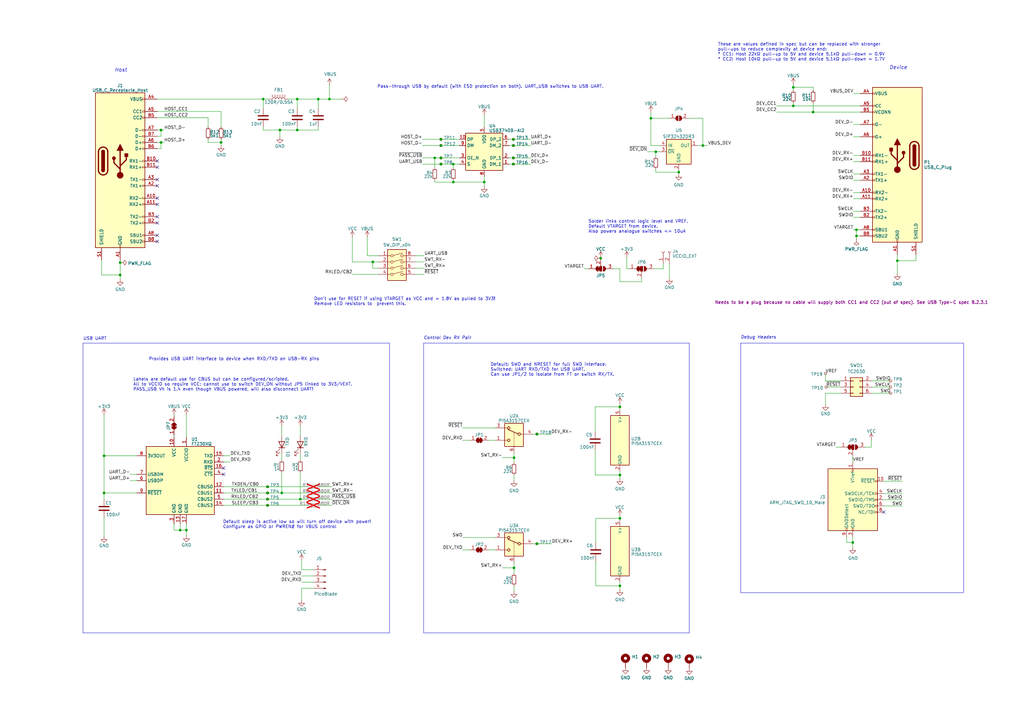
<source format=kicad_sch>
(kicad_sch (version 20230121) (generator eeschema)
  (paper "A3")
  (title_block (title "Minnow - USB-C DAM Tool") (date "2023-06-22") (rev "2") (company "JBR Engineering Research Ltd") (comment 1 "J.Whittington 2023"))
  (junction (at 351.282 94.234))
  (junction (at 66.04 58.42))
  (junction (at 90.678 58.42))
  (junction (at 180.848 67.31))
  (junction (at 185.928 67.31))
  (junction (at 42.672 202.184))
  (junction (at 288.29 59.69))
  (junction (at 121.92 53.34))
  (junction (at 115.57 202.184))
  (junction (at 109.728 199.644))
  (junction (at 185.928 74.676))
  (junction (at 325.374 43.434))
  (junction (at 333.502 45.974))
  (junction (at 121.92 40.64))
  (junction (at 220.218 223.012))
  (junction (at 198.628 74.676))
  (junction (at 130.556 40.64))
  (junction (at 268.986 62.23))
  (junction (at 109.728 202.184))
  (junction (at 325.374 35.814))
  (junction (at 73.914 217.424))
  (junction (at 254.254 212.598))
  (junction (at 42.672 186.944))
  (junction (at 107.95 40.64))
  (junction (at 123.19 204.724))
  (junction (at 368.046 106.934))
  (junction (at 220.218 178.054))
  (junction (at 49.276 112.776))
  (junction (at 210.82 187.706))
  (junction (at 114.808 53.34))
  (junction (at 152.908 107.442))
  (junction (at 66.04 53.34))
  (junction (at 246.38 105.918))
  (junction (at 178.308 64.77))
  (junction (at 210.82 232.918))
  (junction (at 76.454 217.424))
  (junction (at 266.954 48.514))
  (junction (at 180.848 57.15))
  (junction (at 254.254 194.818))
  (junction (at 351.282 96.774))
  (junction (at 210.566 64.77))
  (junction (at 180.848 59.69))
  (junction (at 210.566 59.69))
  (junction (at 49.276 107.696))
  (junction (at 210.566 67.31))
  (junction (at 180.848 64.77))
  (junction (at 210.566 57.15))
  (junction (at 278.384 70.612))
  (junction (at 109.728 204.724))
  (junction (at 254.254 166.878))
  (junction (at 135.128 40.64))
  (junction (at 254.254 240.284))
  (junction (at 349.758 222.504))
  (junction (at 109.728 207.264))
  (no_connect (at 64.516 91.44))
  (no_connect (at 64.516 96.52))
  (no_connect (at 64.516 99.06))
  (no_connect (at 91.694 192.024))
  (no_connect (at 64.516 81.28))
  (no_connect (at 64.516 73.66))
  (no_connect (at 362.458 210.058))
  (no_connect (at 64.516 83.82))
  (no_connect (at 64.516 76.2))
  (no_connect (at 64.516 68.58))
  (no_connect (at 91.694 194.564))
  (no_connect (at 64.516 66.04))
  (no_connect (at 64.516 88.9))
  (wire (pts (xy 76.454 217.424) (xy 76.454 219.71)))
  (wire (pts (xy 94.488 189.484) (xy 91.694 189.484)))
  (wire (pts (xy 118.11 40.64) (xy 121.92 40.64)))
  (wire (pts (xy 150.622 104.902) (xy 155.194 104.902)))
  (wire (pts (xy 338.582 161.29) (xy 338.582 165.862)))
  (wire (pts (xy 368.046 106.934) (xy 368.046 112.268)))
  (wire (pts (xy 210.566 64.77) (xy 208.788 64.77)))
  (wire (pts (xy 244.348 212.598) (xy 254.254 212.598)))
  (wire (pts (xy 350.012 63.754) (xy 352.806 63.754)))
  (wire (pts (xy 131.064 202.184) (xy 136.144 202.184)))
  (wire (pts (xy 185.928 67.31) (xy 188.468 67.31)))
  (wire (pts (xy 268.986 62.23) (xy 268.986 64.262)))
  (wire (pts (xy 185.928 67.31) (xy 185.928 68.834)))
  (wire (pts (xy 333.502 45.974) (xy 352.806 45.974)))
  (wire (pts (xy 325.374 34.544) (xy 325.374 35.814)))
  (wire (pts (xy 115.57 193.802) (xy 115.57 202.184)))
  (wire (pts (xy 318.516 43.434) (xy 325.374 43.434)))
  (wire (pts (xy 173.99 109.982) (xy 170.434 109.982)))
  (wire (pts (xy 338.582 161.29) (xy 344.932 161.29)))
  (wire (pts (xy 178.308 64.77) (xy 178.308 68.834)))
  (wire (pts (xy 349.758 222.504) (xy 349.758 220.218)))
  (wire (pts (xy 282.194 48.514) (xy 288.29 48.514)))
  (wire (pts (xy 180.848 59.69) (xy 188.468 59.69)))
  (wire (pts (xy 210.82 240.284) (xy 210.82 242.57)))
  (wire (pts (xy 180.848 57.15) (xy 188.468 57.15)))
  (wire (pts (xy 352.806 96.774) (xy 351.282 96.774)))
  (wire (pts (xy 217.678 64.77) (xy 210.566 64.77)))
  (wire (pts (xy 144.526 97.282) (xy 144.526 107.442)))
  (wire (pts (xy 205.994 232.918) (xy 210.82 232.918)))
  (wire (pts (xy 123.698 236.22) (xy 128.524 236.22)))
  (wire (pts (xy 109.728 207.264) (xy 125.984 207.264)))
  (wire (pts (xy 130.556 53.34) (xy 121.92 53.34)))
  (wire (pts (xy 115.57 202.184) (xy 125.984 202.184)))
  (wire (pts (xy 278.384 70.612) (xy 278.384 71.374)))
  (wire (pts (xy 130.556 40.64) (xy 130.556 44.45)))
  (wire (pts (xy 109.728 199.644) (xy 125.984 199.644)))
  (wire (pts (xy 56.134 202.184) (xy 42.672 202.184)))
  (wire (pts (xy 115.57 186.182) (xy 115.57 188.722)))
  (wire (pts (xy 349.758 187.198) (xy 349.758 189.738)))
  (wire (pts (xy 185.928 73.914) (xy 185.928 74.676)))
  (wire (pts (xy 123.698 233.68) (xy 128.524 233.68)))
  (wire (pts (xy 173.99 104.902) (xy 170.434 104.902)))
  (wire (pts (xy 278.384 69.85) (xy 278.384 70.612)))
  (wire (pts (xy 185.928 74.676) (xy 198.628 74.676)))
  (wire (pts (xy 64.516 40.64) (xy 107.95 40.64)))
  (wire (pts (xy 266.954 59.69) (xy 270.764 59.69)))
  (wire (pts (xy 210.566 67.31) (xy 208.788 67.31)))
  (wire (pts (xy 91.694 202.184) (xy 109.728 202.184)))
  (wire (pts (xy 173.99 107.442) (xy 170.434 107.442)))
  (wire (pts (xy 350.012 71.374) (xy 352.806 71.374)))
  (wire (pts (xy 198.628 74.676) (xy 198.628 76.454)))
  (wire (pts (xy 66.04 55.88) (xy 66.04 53.34)))
  (wire (pts (xy 41.656 106.68) (xy 41.656 112.776)))
  (wire (pts (xy 130.556 40.64) (xy 121.92 40.64)))
  (wire (pts (xy 265.43 62.23) (xy 268.986 62.23)))
  (wire (pts (xy 155.194 109.982) (xy 152.908 109.982)))
  (wire (pts (xy 217.678 67.31) (xy 210.566 67.31)))
  (wire (pts (xy 130.556 52.07) (xy 130.556 53.34)))
  (wire (pts (xy 107.95 53.34) (xy 114.808 53.34)))
  (wire (pts (xy 42.672 170.18) (xy 42.672 186.944)))
  (wire (pts (xy 246.38 105.664) (xy 246.38 105.918)))
  (wire (pts (xy 114.808 53.34) (xy 121.92 53.34)))
  (wire (pts (xy 123.19 174.752) (xy 123.19 178.562)))
  (wire (pts (xy 244.094 166.878) (xy 254.254 166.878)))
  (wire (pts (xy 152.908 107.442) (xy 155.194 107.442)))
  (wire (pts (xy 268.986 62.23) (xy 270.764 62.23)))
  (wire (pts (xy 357.632 158.75) (xy 365.252 158.75)))
  (wire (pts (xy 109.728 202.184) (xy 115.57 202.184)))
  (wire (pts (xy 189.738 180.594) (xy 192.786 180.594)))
  (wire (pts (xy 107.95 40.64) (xy 110.49 40.64)))
  (wire (pts (xy 266.954 45.974) (xy 266.954 48.514)))
  (wire (pts (xy 342.9 183.388) (xy 344.678 183.388)))
  (wire (pts (xy 254.254 238.76) (xy 254.254 240.284)))
  (wire (pts (xy 254.254 193.294) (xy 254.254 194.818)))
  (wire (pts (xy 362.458 204.978) (xy 370.078 204.978)))
  (wire (pts (xy 178.308 74.676) (xy 185.928 74.676)))
  (wire (pts (xy 173.228 67.31) (xy 180.848 67.31)))
  (wire (pts (xy 71.374 170.18) (xy 71.374 170.942)))
  (wire (pts (xy 64.516 60.96) (xy 66.04 60.96)))
  (wire (pts (xy 351.282 94.234) (xy 352.806 94.234)))
  (wire (pts (xy 375.666 104.394) (xy 375.666 106.934)))
  (wire (pts (xy 173.99 112.522) (xy 170.434 112.522)))
  (wire (pts (xy 254.254 165.608) (xy 254.254 166.878)))
  (wire (pts (xy 152.908 109.982) (xy 152.908 107.442)))
  (wire (pts (xy 90.678 57.15) (xy 90.678 58.42)))
  (wire (pts (xy 362.458 207.518) (xy 370.078 207.518)))
  (wire (pts (xy 71.374 217.424) (xy 73.914 217.424)))
  (wire (pts (xy 288.29 48.514) (xy 288.29 59.69)))
  (wire (pts (xy 115.57 174.752) (xy 115.57 178.562)))
  (wire (pts (xy 350.012 89.154) (xy 352.806 89.154)))
  (wire (pts (xy 150.622 97.282) (xy 150.622 104.902)))
  (wire (pts (xy 350.012 73.914) (xy 352.806 73.914)))
  (wire (pts (xy 218.44 223.012) (xy 220.218 223.012)))
  (wire (pts (xy 268.986 70.612) (xy 278.384 70.612)))
  (wire (pts (xy 131.064 204.724) (xy 136.144 204.724)))
  (wire (pts (xy 357.632 156.21) (xy 365.252 156.21)))
  (wire (pts (xy 318.516 45.974) (xy 333.502 45.974)))
  (wire (pts (xy 344.932 158.75) (xy 338.836 158.75)))
  (wire (pts (xy 254.254 240.284) (xy 254.254 241.808)))
  (wire (pts (xy 71.374 178.562) (xy 71.374 179.324)))
  (wire (pts (xy 244.348 230.124) (xy 244.348 240.284)))
  (wire (pts (xy 66.04 58.42) (xy 64.516 58.42)))
  (wire (pts (xy 217.678 57.15) (xy 210.566 57.15)))
  (wire (pts (xy 220.218 178.054) (xy 218.44 178.054)))
  (wire (pts (xy 351.282 96.774) (xy 351.282 98.044)))
  (wire (pts (xy 254.254 110.236) (xy 251.46 110.236)))
  (wire (pts (xy 350.012 66.294) (xy 352.806 66.294)))
  (wire (pts (xy 64.516 55.88) (xy 66.04 55.88)))
  (wire (pts (xy 239.522 110.236) (xy 241.3 110.236)))
  (wire (pts (xy 375.666 106.934) (xy 368.046 106.934)))
  (wire (pts (xy 180.848 67.31) (xy 185.928 67.31)))
  (wire (pts (xy 254.254 212.598) (xy 254.254 213.36)))
  (wire (pts (xy 288.29 59.69) (xy 286.004 59.69)))
  (wire (pts (xy 49.276 107.696) (xy 49.276 112.776)))
  (wire (pts (xy 109.728 204.724) (xy 123.19 204.724)))
  (wire (pts (xy 53.34 197.104) (xy 56.134 197.104)))
  (wire (pts (xy 198.628 72.39) (xy 198.628 74.676)))
  (wire (pts (xy 173.228 57.15) (xy 180.848 57.15)))
  (wire (pts (xy 257.048 105.664) (xy 257.048 110.236)))
  (wire (pts (xy 178.308 73.914) (xy 178.308 74.676)))
  (wire (pts (xy 290.322 59.69) (xy 288.29 59.69)))
  (wire (pts (xy 42.672 202.184) (xy 42.672 186.944)))
  (wire (pts (xy 244.094 184.658) (xy 244.094 194.818)))
  (wire (pts (xy 73.914 214.884) (xy 73.914 217.424)))
  (wire (pts (xy 123.19 186.182) (xy 123.19 188.722)))
  (wire (pts (xy 107.95 44.45) (xy 107.95 40.64)))
  (wire (pts (xy 357.632 161.29) (xy 365.252 161.29)))
  (wire (pts (xy 67.31 53.34) (xy 66.04 53.34)))
  (wire (pts (xy 325.374 35.814) (xy 333.502 35.814)))
  (wire (pts (xy 66.04 60.96) (xy 66.04 58.42)))
  (wire (pts (xy 254.254 211.582) (xy 254.254 212.598)))
  (wire (pts (xy 333.502 42.164) (xy 333.502 45.974)))
  (wire (pts (xy 139.954 40.64) (xy 135.128 40.64)))
  (wire (pts (xy 325.374 35.814) (xy 325.374 37.084)))
  (wire (pts (xy 357.378 183.388) (xy 354.838 183.388)))
  (wire (pts (xy 347.218 222.504) (xy 349.758 222.504)))
  (wire (pts (xy 131.064 199.644) (xy 136.144 199.644)))
  (wire (pts (xy 266.954 48.514) (xy 266.954 59.69)))
  (wire (pts (xy 325.374 43.434) (xy 352.806 43.434)))
  (wire (pts (xy 107.95 53.34) (xy 107.95 52.07)))
  (wire (pts (xy 42.672 202.184) (xy 42.672 204.724)))
  (wire (pts (xy 362.458 197.358) (xy 370.078 197.358)))
  (wire (pts (xy 91.694 207.264) (xy 109.728 207.264)))
  (wire (pts (xy 136.144 207.264) (xy 131.064 207.264)))
  (wire (pts (xy 350.012 51.054) (xy 352.806 51.054)))
  (wire (pts (xy 94.488 186.944) (xy 91.694 186.944)))
  (wire (pts (xy 42.672 212.344) (xy 42.672 219.964)))
  (wire (pts (xy 200.406 225.552) (xy 203.2 225.552)))
  (wire (pts (xy 189.738 220.472) (xy 203.2 220.472)))
  (wire (pts (xy 76.454 170.18) (xy 76.454 179.324)))
  (wire (pts (xy 350.012 78.994) (xy 352.806 78.994)))
  (wire (pts (xy 42.672 186.944) (xy 56.134 186.944)))
  (wire (pts (xy 64.516 48.26) (xy 85.344 48.26)))
  (wire (pts (xy 351.282 96.774) (xy 351.282 94.234)))
  (wire (pts (xy 217.678 59.69) (xy 210.566 59.69)))
  (wire (pts (xy 123.698 241.3) (xy 128.524 241.3)))
  (wire (pts (xy 268.224 110.236) (xy 272.034 110.236)))
  (wire (pts (xy 338.582 153.162) (xy 338.582 156.21)))
  (wire (pts (xy 114.808 53.34) (xy 114.808 56.134)))
  (wire (pts (xy 325.374 42.164) (xy 325.374 43.434)))
  (wire (pts (xy 71.374 214.884) (xy 71.374 217.424)))
  (wire (pts (xy 254.254 194.818) (xy 254.254 196.342)))
  (wire (pts (xy 268.986 69.342) (xy 268.986 70.612)))
  (wire (pts (xy 123.698 238.76) (xy 128.524 238.76)))
  (wire (pts (xy 350.012 38.354) (xy 352.806 38.354)))
  (wire (pts (xy 244.094 194.818) (xy 254.254 194.818)))
  (wire (pts (xy 254.254 115.57) (xy 254.254 110.236)))
  (wire (pts (xy 144.526 107.442) (xy 152.908 107.442)))
  (wire (pts (xy 73.914 217.424) (xy 76.454 217.424)))
  (wire (pts (xy 272.034 110.236) (xy 272.034 108.204)))
  (wire (pts (xy 350.012 81.534) (xy 352.806 81.534)))
  (wire (pts (xy 200.406 180.594) (xy 203.2 180.594)))
  (wire (pts (xy 189.738 225.552) (xy 192.786 225.552)))
  (wire (pts (xy 210.82 232.918) (xy 210.82 235.204)))
  (wire (pts (xy 85.344 57.15) (xy 85.344 58.42)))
  (wire (pts (xy 123.19 204.724) (xy 125.984 204.724)))
  (wire (pts (xy 180.848 64.77) (xy 188.468 64.77)))
  (wire (pts (xy 123.698 241.3) (xy 123.698 246.126)))
  (wire (pts (xy 254.254 166.878) (xy 254.254 167.894)))
  (wire (pts (xy 66.04 53.34) (xy 64.516 53.34)))
  (wire (pts (xy 338.582 156.21) (xy 344.932 156.21)))
  (wire (pts (xy 90.678 45.72) (xy 90.678 52.07)))
  (wire (pts (xy 210.82 187.706) (xy 210.82 189.738)))
  (wire (pts (xy 67.31 58.42) (xy 66.04 58.42)))
  (wire (pts (xy 362.458 202.438) (xy 370.078 202.438)))
  (wire (pts (xy 144.526 112.522) (xy 155.194 112.522)))
  (wire (pts (xy 274.574 108.204) (xy 274.574 114.046)))
  (wire (pts (xy 85.344 58.42) (xy 90.678 58.42)))
  (wire (pts (xy 189.738 175.514) (xy 203.2 175.514)))
  (wire (pts (xy 210.566 59.69) (xy 208.788 59.69)))
  (wire (pts (xy 53.34 194.564) (xy 56.134 194.564)))
  (wire (pts (xy 135.128 40.64) (xy 130.556 40.64)))
  (wire (pts (xy 64.516 45.72) (xy 90.678 45.72)))
  (wire (pts (xy 49.276 112.776) (xy 49.276 114.554)))
  (wire (pts (xy 210.82 185.674) (xy 210.82 187.706)))
  (wire (pts (xy 220.218 223.012) (xy 226.314 223.012)))
  (wire (pts (xy 121.92 53.34) (xy 121.92 52.07)))
  (wire (pts (xy 349.758 222.504) (xy 349.758 224.536)))
  (wire (pts (xy 210.82 230.632) (xy 210.82 232.918)))
  (wire (pts (xy 244.094 177.038) (xy 244.094 166.878)))
  (wire (pts (xy 76.454 214.884) (xy 76.454 217.424)))
  (wire (pts (xy 210.82 194.818) (xy 210.82 197.104)))
  (wire (pts (xy 91.694 199.644) (xy 109.728 199.644)))
  (wire (pts (xy 123.698 229.87) (xy 123.698 233.68)))
  (wire (pts (xy 173.228 64.77) (xy 178.308 64.77)))
  (wire (pts (xy 205.994 187.706) (xy 210.82 187.706)))
  (wire (pts (xy 244.348 240.284) (xy 254.254 240.284)))
  (wire (pts (xy 263.144 114.046) (xy 263.144 115.57)))
  (wire (pts (xy 368.046 104.394) (xy 368.046 106.934)))
  (wire (pts (xy 123.19 193.802) (xy 123.19 204.724)))
  (wire (pts (xy 49.276 106.68) (xy 49.276 107.696)))
  (wire (pts (xy 357.378 180.34) (xy 357.378 183.388)))
  (wire (pts (xy 333.502 35.814) (xy 333.502 37.084)))
  (wire (pts (xy 266.954 48.514) (xy 274.574 48.514)))
  (wire (pts (xy 226.06 178.054) (xy 220.218 178.054)))
  (wire (pts (xy 210.566 57.15) (xy 208.788 57.15)))
  (wire (pts (xy 178.308 64.77) (xy 180.848 64.77)))
  (wire (pts (xy 91.694 204.724) (xy 109.728 204.724)))
  (wire (pts (xy 173.228 59.69) (xy 180.848 59.69)))
  (wire (pts (xy 347.218 222.504) (xy 347.218 220.218)))
  (wire (pts (xy 135.128 34.798) (xy 135.128 40.64)))
  (wire (pts (xy 90.678 58.42) (xy 90.678 59.69)))
  (wire (pts (xy 121.92 40.64) (xy 121.92 44.45)))
  (wire (pts (xy 350.012 94.234) (xy 351.282 94.234)))
  (wire (pts (xy 263.144 115.57) (xy 254.254 115.57)))
  (wire (pts (xy 41.656 112.776) (xy 49.276 112.776)))
  (wire (pts (xy 198.628 47.244) (xy 198.628 52.07)))
  (wire (pts (xy 85.344 48.26) (xy 85.344 52.07)))
  (wire (pts (xy 244.348 222.504) (xy 244.348 212.598)))
  (wire (pts (xy 257.048 110.236) (xy 258.064 110.236)))
  (wire (pts (xy 246.38 105.918) (xy 246.38 106.426)))
  (wire (pts (xy 350.012 56.134) (xy 352.806 56.134)))
  (wire (pts (xy 350.012 86.614) (xy 352.806 86.614)))
  (rectangle (start 34.036 140.716) (end 159.766 259.588))
  (rectangle (start 173.736 140.716) (end 282.702 259.588))
  (rectangle (start 303.784 140.716) (end 395.224 243.078))
  (image (at 510.0828 62.23) (scale 0.647107))
  (text "These are values defined in spec but can be replaced with stronger \npull-ups to reduce complexity at device end:\n* CC1: Host 22kΩ pull-up to 5V and device 5.1kΩ pull-down = 0.9V\n* CC2: Host 10kΩ pull-up to 5V and device 5.1kΩ pull-down = 1.7V" (at 294.386 25.146 0) (effects (font (size 1.27 1.27)) (justify left bottom)))
  (text "USB UART" (at 34.036 139.7 0) (effects (font (size 1.27 1.27) italic) (justify left bottom)))
  (text "Default: SWO and NRESET for full SWD interface.\nSwitched: UART RXD/TXD for USB UART.\nCan use JP1/2 to isolate from FT or switch RX/TX." (at 201.168 154.432 0) (effects (font (size 1.27 1.27)) (justify left bottom)))
  (text "Pass-through USB by default (with ESD protection on both). UART_USB switches to USB UART." (at 154.686 36.322 0) (effects (font (size 1.27 1.27)) (justify left bottom)))
  (text "Device" (at 364.744 28.702 0) (effects (font (size 1.5 1.5) italic) (justify left bottom)))
  (text "Control Dev RX Pair" (at 173.736 139.446 0) (effects (font (size 1.27 1.27) italic) (justify left bottom)))
  (text "Solder links control logic level and VREF.\nDefault VTARGET from device.\nAlso powers analogue switches <= 10uA" (at 241.3 95.758 0) (effects (font (size 1.27 1.27)) (justify left bottom)))
  (text "Debug Headers" (at 303.784 139.192 0) (effects (font (size 1.27 1.27) italic) (justify left bottom)))
  (text "Lahels are default use for CBUS but can be configured/scripted. \nAll to VCCIO so require VCC; cannot use to switch DEV_ON without JP5 linked to 3V3/VEXT.\nPASS_USB Vh is 1.4 even though VBUS powered, will also disconnect UART!\n" (at 54.61 160.528 0) (effects (font (size 1.27 1.27)) (justify left bottom)))
  (text "Don't use for RESET if using VTARGET as VCC and = 1.8V as pulled to 3V3!\nRemove LED resistors to  prevent this." (at 128.778 125.476 0) (effects (font (size 1.27 1.27)) (justify left bottom)))
  (text "Host" (at 46.99 29.718 0) (effects (font (size 1.5 1.5) italic) (justify left bottom)))
  (text "Provides USB UART interface to device when RXD/TXD on USB-RX pins" (at 60.96 148.082 0) (effects (font (size 1.27 1.27)) (justify left bottom)))
  (text "Adapted so that RX1/2 can be switched between NRST/SWO and RXD/TXD" (at 447.548 116.84 0) (effects (font (size 2 2)) (justify left bottom)))
  (text "Default sleep is active low so will turn off device with power!\nConfigure as GPIO or PWREN# for VBUS control" (at 91.44 216.916 0) (effects (font (size 1.27 1.27)) (justify left bottom)))
  (text "Ref: https://github.com/BitterAndReal/SWD-over-USB-C" (at 447.294 112.268 0) (effects (font (size 2 2) italic) (justify left bottom)))
  (label "DEV_D+" (at 217.678 64.77 0))
  (label "DEV_TXD" (at 94.488 186.944 0))
  (label "DEV_RX+" (at 226.314 223.012 0))
  (label "RXLED{slash}CB2" (at 94.742 204.724 0))
  (label "UART_D-" (at 217.678 59.69 0))
  (label "DEV_RXD" (at 123.698 238.76 180))
  (label "SWCLK" (at 350.012 71.374 180))
  (label "SWDIO" (at 365.252 156.21 180))
  (label "VREF" (at 349.758 189.484 0))
  (label "~{RESET}" (at 338.836 158.75 0))
  (label "HOST_CC1" (at 67.31 45.72 0))
  (label "DEV_TXD" (at 123.698 236.22 180))
  (label "SWT_RX+" (at 205.994 232.918 180))
  (label "HOST_CC2" (at 67.31 48.26 0))
  (label "HOST_D-" (at 67.31 53.34 0))
  (label "~{RESET}" (at 189.738 175.514 180))
  (label "UART_USB" (at 173.228 67.31 180))
  (label "VTARGET" (at 350.012 94.234 180))
  (label "DEV_CC2" (at 318.516 45.974 180))
  (label "UART_D+" (at 217.678 57.15 0))
  (label "DEV_CC1" (at 318.516 43.434 180))
  (label "SWT_RX+" (at 173.99 109.982 0))
  (label "DEV_RX+" (at 350.012 81.534 180))
  (label "~{DEV_ON}" (at 136.144 207.264 0))
  (label "VBUS_DEV" (at 350.012 38.354 180))
  (label "DEV_D-" (at 350.012 51.054 180))
  (label "HOST_D+" (at 173.228 57.15 180))
  (label "SWCLK" (at 370.078 202.438 180))
  (label "VTARGET" (at 342.9 183.388 180))
  (label "~{RESET}" (at 173.99 112.522 0))
  (label "VREF" (at 338.582 153.162 0))
  (label "DEV_D+" (at 350.012 56.134 180))
  (label "DEV_RXD" (at 94.488 189.484 0))
  (label "SWO" (at 189.738 220.472 180))
  (label "DEV_RX+" (at 350.012 66.294 180))
  (label "VBUS_DEV" (at 290.322 59.69 0))
  (label "SWDIO" (at 350.012 73.914 180))
  (label "HOST_D-" (at 173.228 59.69 180))
  (label "~{RESET}" (at 370.078 197.358 180))
  (label "TXLED{slash}CB1" (at 94.742 202.184 0))
  (label "DEV_TXD" (at 189.738 225.552 180))
  (label "VTARGET" (at 239.522 110.236 180))
  (label "RXLED{slash}CB2" (at 144.526 112.522 180))
  (label "DEV_D-" (at 217.678 67.31 0))
  (label "SWT_RX-" (at 205.994 187.706 180))
  (label "UART_USB" (at 173.99 104.902 0))
  (label "SWCLK" (at 365.252 158.75 180))
  (label "DEV_RX-" (at 226.06 178.054 0))
  (label "SWDIO" (at 350.012 89.154 180))
  (label "UART_D+" (at 53.34 197.104 180))
  (label "DEV_RX-" (at 350.012 63.754 180))
  (label "UART_D-" (at 53.34 194.564 180))
  (label "SWT_RX-" (at 173.99 107.442 0))
  (label "SWO" (at 365.252 161.29 180))
  (label "~{DEV_ON}" (at 265.43 62.23 180))
  (label "~{PASS_USB}" (at 173.228 64.77 180))
  (label "DEV_RX-" (at 350.012 78.994 180))
  (label "TXDEN{slash}CB0" (at 94.996 199.644 0))
  (label "SWCLK" (at 350.012 86.614 180))
  (label "DEV_RXD" (at 189.738 180.594 180))
  (label "HOST_D+" (at 67.31 58.42 0))
  (label "~{PASS_USB}" (at 136.144 204.724 0))
  (label "SLEEP{slash}CB3" (at 94.996 207.264 0))
  (label "SWO" (at 370.078 207.518 180))
  (label "SWT_RX+" (at 136.144 199.644 0))
  (label "SWDIO" (at 370.078 204.978 180))
  (label "SWT_RX-" (at 136.144 202.184 0))
  (symbol (lib_id "power:GND") (at 198.628 76.454 0) (unit 1)
    (property "Reference" "#PWR016" (effects hide))
    (property "Value" "GND" (at 198.628 80.264 0))
  )
  (symbol (lib_id "Device:R_Small") (at 210.82 237.744 0) (mirror y) (unit 1)
    (property "Reference" "R5" (at 210.058 237.236 0) (effects (justify left)))
    (property "Value" "22k" (at 210.058 238.76 0) (effects (justify left)))
    (property "Footprint" "Resistor_SMD:R_0603_1608Metric" (effects hide))
    (property "Characteristics" "5%" (effects hide))
  )
  (symbol (lib_id "Analog_Switch:NC7SB3157P6X") (at 254.254 180.594 0) (unit 2)
    (property "Reference" "U2" (at 258.826 179.9503 0) (effects (justify left)))
    (property "Value" "PI5A3157CEX" (at 258.826 181.8713 0) (effects (justify left)))
    (property "Footprint" "Package_TO_SOT_SMD:SOT-363_SC-70-6" (effects hide))
    (property "Datasheet" "https://www.diodes.com/assets/Datasheets/PI5A3157.pdf" (effects hide))
    (property "Description" "1 Circuit IC Switch 2:1 13Ohm SOT-363-6 (SC-70)" (effects hide))
    (property "Vendor" "Digikey" (effects hide))
    (property "SKU" "PI5A3157CEXTR-ND" (effects hide))
  )
  (symbol (lib_id "Device:R_Small") (at 128.524 207.264 90) (mirror x) (unit 1) (dnp yes)
    (property "Reference" "R15" (at 126.746 206.502 90) (effects (justify left)))
    (property "Value" "680R" (at 135.382 206.502 90) (effects (justify left)))
    (property "Footprint" "Resistor_SMD:R_0603_1608Metric" (effects hide))
    (property "Characteristics" "5%" (effects hide))
    (property "Config" "dnf" (effects hide))
  )
  (symbol (lib_id "Device:C") (at 130.556 48.26 0) (unit 1)
    (property "Reference" "C4" (at 126.746 45.72 0) (effects (justify left)))
    (property "Value" "1uF" (at 126.746 50.8 0) (effects (justify left)))
    (property "Footprint" "Capacitor_SMD:C_0603_1608Metric" (effects hide))
    (property "Characteristics" "X5R 25V" (effects hide))
  )
  (symbol (lib_id "Switch:SW_DIP_x04") (at 162.814 109.982 0) (unit 1)
    (property "Reference" "SW1" (at 162.814 98.1202 0))
    (property "Value" "SW_DIP_x04" (at 162.814 100.4316 0))
    (property "Footprint" "Button_Switch_SMD:SW_DIP_SPSTx04_Slide_Copal_CHS-04A_W5.08mm_P1.27mm_JPin" (effects hide))
    (property "Datasheet" "https://www.nidec-copal-electronics.com/e/catalog/switch/chs.pdf" (effects hide))
    (property "MFN" "Nidec Copal Electronics" (effects hide))
    (property "MPN" "CHS-04TA" (effects hide))
    (property "Description" "Dip Switch SPST 4 Position Surface Mount Slide (Standard) Actuator 100mA 6VDC" (effects hide))
    (property "Vendor" "Digikey" (effects hide))
    (property "SKU" "563-1007-2-ND" (effects hide))
  )
  (symbol (lib_id "Connector:TestPoint_Small") (at 109.728 207.264 0) (unit 1)
    (property "Reference" "TP6" (at 110.871 206.6203 0) (effects (justify left)))
    (property "Value" "TestPoint_Small" (effects hide))
    (property "Footprint" "tuna-f1sh/jbr-kicad/Misc.pretty:TestPoint_Pad_D1.0mm_Tight" (effects hide))
    (property "Config" "nofit" (effects hide))
  )
  (symbol (lib_id "Connector:TestPoint_Small") (at 210.566 59.69 0) (unit 1)
    (property "Reference" "TP14" (at 211.709 59.0463 0) (effects (justify left)))
    (property "Value" "TestPoint_Small" (effects hide))
    (property "Footprint" "tuna-f1sh/jbr-kicad/Misc.pretty:TestPoint_Pad_D1.0mm_Tight" (effects hide))
    (property "Config" "nofit" (effects hide))
  )
  (symbol (lib_id "Mechanical:MountingHole_Pad") (at 274.066 271.272 0) (unit 1)
    (property "Reference" "H3" (at 276.606 269.3583 0) (effects (justify left)))
    (property "Value" "MountingHole_Pad" (effects hide))
    (property "Footprint" "MountingHole:MountingHole_2.7mm_M2.5_ISO7380_Pad" (effects hide))
    (property "Config" "nofit" (effects hide))
  )
  (symbol (lib_id "power:GND") (at 90.678 59.69 0) (unit 1)
    (property "Reference" "#PWR030" (effects hide))
    (property "Value" "GND" (at 90.678 63.5 0))
  )
  (symbol (lib_id "power:GND") (at 349.758 224.536 0) (unit 1)
    (property "Reference" "#PWR05" (effects hide))
    (property "Value" "GND" (at 349.885 228.9302 0))
  )
  (symbol (lib_id "power:GND") (at 42.672 219.964 0) (unit 1)
    (property "Reference" "#PWR012" (effects hide))
    (property "Value" "GND" (at 42.672 223.774 0))
  )
  (symbol (lib_id "power:GND") (at 210.82 242.57 0) (unit 1)
    (property "Reference" "#PWR019" (effects hide))
    (property "Value" "GND" (at 210.82 246.7055 0))
  )
  (symbol (lib_id "Jumper:SolderJumper_2_Bridged") (at 196.596 180.594 0) (unit 1)
    (property "Reference" "JP1" (at 196.596 178.308 0))
    (property "Value" "SolderJumper_2_Bridged" (effects hide))
    (property "Footprint" "Jumper:SolderJumper-2_P1.3mm_Bridged_RoundedPad1.0x1.5mm" (effects hide))
    (property "Config" "nofit" (effects hide))
  )
  (symbol (lib_id "power:+3V3") (at 257.048 105.664 0) (unit 1)
    (property "Reference" "#PWR021" (effects hide))
    (property "Value" "+3V3" (at 257.048 102.1621 0))
  )
  (symbol (lib_id "Connector:TestPoint_Small") (at 109.728 204.724 0) (unit 1)
    (property "Reference" "TP5" (at 110.871 204.0803 0) (effects (justify left)))
    (property "Value" "TestPoint_Small" (effects hide))
    (property "Footprint" "tuna-f1sh/jbr-kicad/Misc.pretty:TestPoint_Pad_D1.0mm_Tight" (effects hide))
    (property "Config" "nofit" (effects hide))
  )
  (symbol (lib_id "power:GND") (at 274.574 114.046 0) (unit 1)
    (property "Reference" "#PWR022" (effects hide))
    (property "Value" "GND" (at 274.574 117.856 0))
  )
  (symbol (lib_id "Connector:TestPoint_Small") (at 220.218 223.012 0) (unit 1)
    (property "Reference" "TP17" (at 221.361 222.3683 0) (effects (justify left)))
    (property "Value" "TestPoint_Small" (effects hide))
    (property "Footprint" "tuna-f1sh/jbr-kicad/Misc.pretty:TestPoint_Pad_D1.0mm_Tight" (effects hide))
    (property "Config" "nofit" (effects hide))
  )
  (symbol (lib_id "Interface_USB:FT230XQ") (at 73.914 197.104 0) (unit 1)
    (property "Reference" "U1" (at 78.4099 180.1241 0) (effects (justify left)))
    (property "Value" "FT230XQ" (at 78.4099 182.0451 0) (effects (justify left)))
    (property "Footprint" "Package_DFN_QFN:QFN-16-1EP_4x4mm_P0.65mm_EP2.1x2.1mm" (effects hide))
    (property "Datasheet" "https://www.ftdichip.com/Support/Documents/DataSheets/ICs/DS_FT230X.pdf" (effects hide))
    (property "Config" "-nousbuart" (effects hide))
    (property "Description" "USB Bridge, USB to UART USB 2.0 UART Interface 16-QFN (4x4)" (effects hide))
    (property "MFN" "FTDI, Future Technology Devices International Ltd" (effects hide))
    (property "MPN" "FT230XQ-R" (effects hide))
    (property "SKU" "768-1130-2-ND" (effects hide))
    (property "Vendor" "Digikey" (effects hide))
  )
  (symbol (lib_id "power:GND") (at 282.702 274.066 0) (unit 1)
    (property "Reference" "#PWR029" (effects hide))
    (property "Value" "GND" (at 282.702 278.2015 0))
  )
  (symbol (lib_id "power:GND") (at 114.808 56.134 0) (unit 1)
    (property "Reference" "#PWR013" (effects hide))
    (property "Value" "GND" (at 114.808 59.944 0))
  )
  (symbol (lib_id "power:VCC") (at 76.454 170.18 0) (unit 1)
    (property "Reference" "#PWR027" (effects hide))
    (property "Value" "VCC" (at 76.454 166.6781 0))
  )
  (symbol (lib_id "Device:C") (at 107.95 48.26 0) (unit 1)
    (property "Reference" "C2" (at 104.14 45.72 0) (effects (justify left)))
    (property "Value" "10nF" (at 102.87 50.8 0) (effects (justify left)))
    (property "Footprint" "Capacitor_SMD:C_0603_1608Metric" (effects hide))
    (property "Characteristics" "X7R 6V" (effects hide))
  )
  (symbol (lib_id "Mechanical:MountingHole_Pad") (at 282.702 271.526 0) (unit 1)
    (property "Reference" "H4" (at 285.242 269.6123 0) (effects (justify left)))
    (property "Value" "MountingHole_Pad" (effects hide))
    (property "Footprint" "MountingHole:MountingHole_2.7mm_M2.5_ISO7380_Pad" (effects hide))
    (property "Config" "nofit" (effects hide))
  )
  (symbol (lib_id "power:+3V3") (at 115.57 174.752 0) (unit 1)
    (property "Reference" "#PWR010" (effects hide))
    (property "Value" "+3V3" (at 115.57 171.2501 0))
  )
  (symbol (lib_id "power:GND") (at 265.176 273.812 0) (unit 1)
    (property "Reference" "#PWR036" (effects hide))
    (property "Value" "GND" (at 265.176 277.9475 0))
  )
  (symbol (lib_id "power:GND") (at 210.82 197.104 0) (unit 1)
    (property "Reference" "#PWR020" (effects hide))
    (property "Value" "GND" (at 210.82 201.2395 0))
  )
  (symbol (lib_id "Jumper:SolderJumper_3_Bridged12") (at 349.758 183.388 0) (unit 1)
    (property "Reference" "JP3" (at 349.758 180.594 0))
    (property "Value" "SolderJumper_3_Bridged12" (effects hide))
    (property "Footprint" "Jumper:SolderJumper-3_P1.3mm_Bridged12_RoundedPad1.0x1.5mm" (effects hide))
    (property "Config" "nofit" (effects hide))
  )
  (symbol (lib_id "Connector:TestPoint_Small") (at 210.566 64.77 0) (unit 1)
    (property "Reference" "TP15" (at 211.709 64.1263 0) (effects (justify left)))
    (property "Value" "TestPoint_Small" (effects hide))
    (property "Footprint" "tuna-f1sh/jbr-kicad/Misc.pretty:TestPoint_Pad_D1.0mm_Tight" (effects hide))
    (property "Config" "nofit" (effects hide))
  )
  (symbol (lib_id "power:VBUS") (at 198.628 47.244 0) (mirror y) (unit 1)
    (property "Reference" "#PWR015" (effects hide))
    (property "Value" "VBUS" (at 198.628 43.7421 0))
  )
  (symbol (lib_id "Connector:TestPoint_Small") (at 180.848 59.69 0) (unit 1)
    (property "Reference" "TP12" (at 181.991 59.0463 0) (effects (justify left)))
    (property "Value" "TestPoint_Small" (effects hide))
    (property "Footprint" "tuna-f1sh/jbr-kicad/Misc.pretty:TestPoint_Pad_D1.0mm_Tight" (effects hide))
    (property "Config" "nofit" (effects hide))
  )
  (symbol (lib_id "Connector:TestPoint_Small") (at 180.848 67.31 0) (unit 1)
    (property "Reference" "TP8" (at 181.991 66.6663 0) (effects (justify left)))
    (property "Value" "TestPoint_Small" (effects hide))
    (property "Footprint" "tuna-f1sh/jbr-kicad/Misc.pretty:TestPoint_Pad_D1.0mm_Tight" (effects hide))
    (property "Config" "nofit" (effects hide))
  )
  (symbol (lib_id "Jumper:SolderJumper_2_Open") (at 278.384 48.514 0) (unit 1)
    (property "Reference" "JP4" (at 278.384 44.6151 0))
    (property "Value" "SolderJumper_2_Open" (effects hide))
    (property "Footprint" "Jumper:SolderJumper-2_P1.3mm_Open_RoundedPad1.0x1.5mm" (effects hide))
    (property "Config" "nofit" (effects hide))
  )
  (symbol (lib_id "Device:L_Ferrite") (at 114.3 40.64 90) (unit 1)
    (property "Reference" "FB1" (at 114.3 36.83 90))
    (property "Value" "120R/0.55A" (at 114.3 41.91 90))
    (property "Footprint" "Inductor_SMD:L_0603_1608Metric" (effects hide))
    (property "Characteristics" "120R/0.55A" (effects hide))
    (property "Description" "120 Ohms @ 100 MHz 1 Power, Signal Line Ferrite Bead 0603 (1608 Metric) 1A 200mOhm" (effects hide))
    (property "MFN" "Laird-Signal Integrity Products" (effects hide))
    (property "MPN" "LI0603G121R-10" (effects hide))
    (property "SKU" "240-2367-2-ND" (effects hide))
    (property "Vendor" "Digikey" (effects hide))
  )
  (symbol (lib_id "Device:R_Small") (at 115.57 191.262 0) (mirror y) (unit 1)
    (property "Reference" "R1" (at 114.808 190.754 0) (effects (justify left)))
    (property "Value" "1k" (at 114.808 192.278 0) (effects (justify left)))
    (property "Footprint" "Resistor_SMD:R_0603_1608Metric" (effects hide))
    (property "Characteristics" "5%" (effects hide))
  )
  (symbol (lib_id "Device:C") (at 244.348 226.314 0) (unit 1)
    (property "Reference" "C6" (at 240.538 223.774 0) (effects (justify left)))
    (property "Value" "100nF" (at 237.998 228.854 0) (effects (justify left)))
    (property "Footprint" "Capacitor_SMD:C_0603_1608Metric" (effects hide))
    (property "Characteristics" "X7R 6V" (effects hide))
  )
  (symbol (lib_id "power:VBUS") (at 325.374 34.544 0) (unit 1)
    (property "Reference" "#PWR014" (effects hide))
    (property "Value" "VBUS" (at 325.374 31.0421 0))
  )
  (symbol (lib_id "Connector:Conn_01x02_Socket") (at 272.034 103.124 90) (unit 1)
    (property "Reference" "J4" (at 275.7932 103.1153 90) (effects (justify right)))
    (property "Value" "VCCIO_EXT" (at 275.7932 105.0363 90) (effects (justify right)))
    (property "Footprint" "Connector_PinHeader_1.27mm:PinHeader_1x02_P1.27mm_Vertical" (effects hide))
    (property "Description" "Provides option for external vref source: 1.8-3.3V" (effects hide))
    (property "Config" "dnf" (effects hide))
  )
  (symbol (lib_id "Connector:TestPoint_Small") (at 109.728 202.184 0) (unit 1)
    (property "Reference" "TP4" (at 110.871 201.5403 0) (effects (justify left)))
    (property "Value" "TestPoint_Small" (effects hide))
    (property "Footprint" "tuna-f1sh/jbr-kicad/Misc.pretty:TestPoint_Pad_D1.0mm_Tight" (effects hide))
    (property "Config" "nofit" (effects hide))
  )
  (symbol (lib_id "Mechanical:MountingHole_Pad") (at 256.54 271.272 0) (unit 1)
    (property "Reference" "H1" (at 259.08 269.3583 0) (effects (justify left)))
    (property "Value" "MountingHole_Pad" (effects hide))
    (property "Footprint" "MountingHole:MountingHole_2.7mm_M2.5_ISO7380_Pad" (effects hide))
    (property "Config" "nofit" (effects hide))
  )
  (symbol (lib_id "Device:R_Small") (at 178.308 71.374 0) (mirror y) (unit 1)
    (property "Reference" "R4" (at 177.546 70.866 0) (effects (justify left)))
    (property "Value" "22k" (at 177.546 72.39 0) (effects (justify left)))
    (property "Footprint" "Resistor_SMD:R_0603_1608Metric" (effects hide))
    (property "Characteristics" "5%" (effects hide))
  )
  (symbol (lib_id "Power_Management:SiP32432DR3") (at 278.384 62.23 0) (unit 1)
    (property "Reference" "U5" (at 278.384 53.4502 0))
    (property "Value" "SiP32432DR3" (at 278.384 55.9871 0))
    (property "Footprint" "Package_TO_SOT_SMD:SOT-363_SC-70-6" (effects hide))
    (property "Datasheet" "https://www.vishay.com/docs/66597/sip32431.pdf" (effects hide))
    (property "Description" "IC PWR SWITCH P-CHAN 1:1 SC70-6" (effects hide))
    (property "MFN" "Vishay Siliconix" (effects hide))
    (property "MPN" "SIP32432DR3-T1GE3" (effects hide))
    (property "SKU" "SIP32432DR3-T1GE3CT-ND" (effects hide))
    (property "Vendor" "Digikey" (effects hide))
  )
  (symbol (lib_id "Device:R_Small") (at 185.928 71.374 0) (mirror y) (unit 1)
    (property "Reference" "R3" (at 185.166 70.866 0) (effects (justify left)))
    (property "Value" "22k" (at 185.166 72.39 0) (effects (justify left)))
    (property "Footprint" "Resistor_SMD:R_0603_1608Metric" (effects hide))
    (property "Characteristics" "5%" (effects hide))
  )
  (symbol (lib_id "Device:R_Small") (at 90.678 54.61 0) (unit 1)
    (property "Reference" "R13" (at 91.44 54.102 0) (effects (justify left)))
    (property "Value" "5k1" (at 91.44 55.626 0) (effects (justify left)))
    (property "Footprint" "Resistor_SMD:R_0603_1608Metric" (effects hide))
    (property "Characteristics" "1%" (effects hide))
    (property "Notes" "USB legacy mode" (effects hide))
  )
  (symbol (lib_id "power:PWR_FLAG") (at 246.38 105.918 90) (unit 1)
    (property "Reference" "#FLG04" (effects hide))
    (property "Value" "PWR_FLAG" (effects hide))
  )
  (symbol (lib_id "Analog_Switch:NC7SB3157P6X") (at 254.254 226.06 0) (unit 2)
    (property "Reference" "U3" (at 258.826 225.4163 0) (effects (justify left)))
    (property "Value" "PI5A3157CEX" (at 258.826 227.3373 0) (effects (justify left)))
    (property "Footprint" "Package_TO_SOT_SMD:SOT-363_SC-70-6" (effects hide))
    (property "Datasheet" "https://www.diodes.com/assets/Datasheets/PI5A3157.pdf" (effects hide))
    (property "Description" "1 Circuit IC Switch 2:1 13Ohm SOT-363-6 (SC-70)" (effects hide))
    (property "Vendor" "Digikey" (effects hide))
    (property "SKU" "PI5A3157CEXTR-ND" (effects hide))
  )
  (symbol (lib_id "power:VBUS") (at 150.622 97.282 0) (mirror y) (unit 1)
    (property "Reference" "#PWR09" (effects hide))
    (property "Value" "VBUS" (at 150.622 93.7801 0))
  )
  (symbol (lib_id "Jumper:SolderJumper_3_Bridged12") (at 246.38 110.236 0) (mirror x) (unit 1)
    (property "Reference" "JP5" (at 246.38 113.03 0))
    (property "Value" "SolderJumper_3_Bridged12" (effects hide))
    (property "Footprint" "Jumper:SolderJumper-3_P1.3mm_Bridged12_RoundedPad1.0x1.5mm" (effects hide))
    (property "Config" "nofit" (effects hide))
  )
  (symbol (lib_id "Device:C") (at 42.672 208.534 0) (unit 1)
    (property "Reference" "C1" (at 43.18 206.248 0) (effects (justify left)))
    (property "Value" "100nF" (at 43.434 211.074 0) (effects (justify left)))
    (property "Footprint" "Capacitor_SMD:C_0603_1608Metric" (effects hide))
    (property "Characteristics" "X7R 6V" (effects hide))
  )
  (symbol (lib_id "power:GND") (at 123.698 246.126 0) (unit 1)
    (property "Reference" "#PWR033" (effects hide))
    (property "Value" "GND" (at 123.698 249.936 0))
  )
  (symbol (lib_id "power:+3V3") (at 123.19 174.752 0) (unit 1)
    (property "Reference" "#PWR011" (effects hide))
    (property "Value" "+3V3" (at 123.19 171.2501 0))
  )
  (symbol (lib_id "Connector_Generic:Conn_02x03_Odd_Even") (at 350.012 158.75 0) (unit 1)
    (property "Reference" "SWD1" (at 351.282 149.86 0))
    (property "Value" "TC2030" (at 351.282 152.4 0))
    (property "Footprint" "Connector:Tag-Connect_TC2030-IDC-FP_2x03_P1.27mm_Vertical" (effects hide))
    (property "Datasheet" "https://www.tag-connect.com/wp-content/uploads/bsk-pdf-manager/TC2030-CTX_1.pdf" (effects hide))
    (property "Config" "nofit" (effects hide))
    (property "Description" "Plug-Of-Nails™ Adapter Cable footprint" (effects hide))
    (property "Notes" "For TC2030-IDC" (effects hide))
  )
  (symbol (lib_id "Device:C") (at 121.92 48.26 0) (unit 1)
    (property "Reference" "C3" (at 118.11 45.72 0) (effects (justify left)))
    (property "Value" "100nF" (at 115.57 50.8 0) (effects (justify left)))
    (property "Footprint" "Capacitor_SMD:C_0603_1608Metric" (effects hide))
    (property "Characteristics" "X7R 6V" (effects hide))
  )
  (symbol (lib_id "Device:R_Small") (at 85.344 54.61 0) (unit 1)
    (property "Reference" "R12" (at 86.106 54.102 0) (effects (justify left)))
    (property "Value" "5k1" (at 86.106 55.626 0) (effects (justify left)))
    (property "Footprint" "Resistor_SMD:R_0603_1608Metric" (effects hide))
    (property "Characteristics" "1%" (effects hide))
    (property "Notes" "USB legacy mode" (effects hide))
  )
  (symbol (lib_id "Device:C") (at 244.094 180.848 0) (unit 1)
    (property "Reference" "C5" (at 240.284 178.308 0) (effects (justify left)))
    (property "Value" "100nF" (at 237.744 183.388 0) (effects (justify left)))
    (property "Footprint" "Capacitor_SMD:C_0603_1608Metric" (effects hide))
    (property "Characteristics" "X7R 6V" (effects hide))
  )
  (symbol (lib_id "power:GND") (at 254.254 241.808 0) (unit 1)
    (property "Reference" "#PWR018" (effects hide))
    (property "Value" "GND" (at 254.254 245.9435 0))
  )
  (symbol (lib_id "power:PWR_FLAG") (at 139.954 40.64 270) (unit 1)
    (property "Reference" "#FLG01" (effects hide))
    (property "Value" "PWR_FLAG" (effects hide))
  )
  (symbol (lib_id "Interface_USB:USB3740B-AI2") (at 198.628 62.23 0) (unit 1)
    (property "Reference" "U4" (at 200.5839 51.6001 0) (effects (justify left)))
    (property "Value" "USB3740B-AI2" (at 200.5839 53.5211 0) (effects (justify left)))
    (property "Footprint" "Package_DFN_QFN:UQFN-10_1.3x1.8mm_P0.4mm" (effects hide))
    (property "Datasheet" "http://ww1.microchip.com/downloads/en/DeviceDoc/00001725D.pdf" (effects hide))
    (property "MFN" "Microchip Technology" (effects hide))
    (property "MPN" "USB3740B-AI2-TR" (effects hide))
    (property "Description" "USB Switch USB 2.0 Interface 10-QFN (1.30x1.80)" (effects hide))
    (property "Vendor" "Digikey" (effects hide))
    (property "SKU" "USB3740B-AI2-TR-ND" (effects hide))
  )
  (symbol (lib_id "Connector:TestPoint_Small") (at 180.848 64.77 0) (unit 1)
    (property "Reference" "TP7" (at 181.991 64.1263 0) (effects (justify left)))
    (property "Value" "TestPoint_Small" (effects hide))
    (property "Footprint" "tuna-f1sh/jbr-kicad/Misc.pretty:TestPoint_Pad_D1.0mm_Tight" (effects hide))
    (property "Config" "nofit" (effects hide))
  )
  (symbol (lib_id "Connector:TestPoint_Small") (at 338.582 153.162 90) (mirror x) (unit 1)
    (property "Reference" "TP19" (at 337.439 153.4788 90) (effects (justify left)))
    (property "Value" "TestPoint_Small" (effects hide))
    (property "Footprint" "tuna-f1sh/jbr-kicad/Misc.pretty:TestPoint_Pad_D1.0mm_Tight" (effects hide))
    (property "Config" "nofit" (effects hide))
  )
  (symbol (lib_id "Device:R_Small") (at 123.19 191.262 0) (mirror y) (unit 1)
    (property "Reference" "R2" (at 122.428 190.754 0) (effects (justify left)))
    (property "Value" "1k" (at 122.428 192.278 0) (effects (justify left)))
    (property "Footprint" "Resistor_SMD:R_0603_1608Metric" (effects hide))
    (property "Characteristics" "5%" (effects hide))
  )
  (symbol (lib_id "power:PWR_FLAG") (at 351.282 98.044 180) (unit 1)
    (property "Reference" "#FLG02" (effects hide))
    (property "Value" "PWR_FLAG" (at 351.282 102.1795 0))
  )
  (symbol (lib_id "Connector:TestPoint_Small") (at 180.848 57.15 0) (unit 1)
    (property "Reference" "TP11" (at 181.991 56.5063 0) (effects (justify left)))
    (property "Value" "TestPoint_Small" (effects hide))
    (property "Footprint" "tuna-f1sh/jbr-kicad/Misc.pretty:TestPoint_Pad_D1.0mm_Tight" (effects hide))
    (property "Config" "nofit" (effects hide))
  )
  (symbol (lib_id "Connector:TestPoint_Small") (at 220.218 178.054 0) (unit 1)
    (property "Reference" "TP18" (at 221.361 177.4103 0) (effects (justify left)))
    (property "Value" "TestPoint_Small" (effects hide))
    (property "Footprint" "tuna-f1sh/jbr-kicad/Misc.pretty:TestPoint_Pad_D1.0mm_Tight" (effects hide))
    (property "Config" "nofit" (effects hide))
  )
  (symbol (lib_id "Connector:TestPoint_Small") (at 109.728 199.644 0) (unit 1)
    (property "Reference" "TP3" (at 110.871 199.0003 0) (effects (justify left)))
    (property "Value" "TestPoint_Small" (effects hide))
    (property "Footprint" "tuna-f1sh/jbr-kicad/Misc.pretty:TestPoint_Pad_D1.0mm_Tight" (effects hide))
    (property "Config" "nofit" (effects hide))
  )
  (symbol (lib_id "power:GND") (at 338.582 165.862 0) (unit 1)
    (property "Reference" "#PWR04" (effects hide))
    (property "Value" "GND" (at 338.582 169.672 0))
  )
  (symbol (lib_id "power:GND") (at 49.276 114.554 0) (mirror y) (unit 1)
    (property "Reference" "#PWR07" (effects hide))
    (property "Value" "GND" (at 49.276 118.6895 0))
  )
  (symbol (lib_id "Device:R_Small") (at 325.374 39.624 0) (mirror y) (unit 1)
    (property "Reference" "R10" (at 324.612 39.116 0) (effects (justify left)))
    (property "Value" "22k" (at 324.612 40.64 0) (effects (justify left)))
    (property "Footprint" "Resistor_SMD:R_0603_1608Metric_Pad0.98x0.95mm_HandSolder" (effects hide))
    (property "Characteristics" "1%" (effects hide))
    (property "Description" "CC1 pull-up for DAM" (effects hide))
    (property "Notes" "CC1: Host 22kΩ pull-up to 5V and device 5.1kΩ pull-down = 0.9V" (effects hide))
  )
  (symbol (lib_id "power:GND") (at 76.454 219.71 0) (unit 1)
    (property "Reference" "#PWR08" (effects hide))
    (property "Value" "GND" (at 76.454 223.52 0))
  )
  (symbol (lib_id "power:PWR_FLAG") (at 49.276 107.696 270) (unit 1)
    (property "Reference" "#FLG03" (effects hide))
    (property "Value" "PWR_FLAG" (at 52.451 108.0128 90) (effects (justify left)))
  )
  (symbol (lib_id "power:VCC") (at 123.698 229.87 0) (unit 1)
    (property "Reference" "#PWR032" (effects hide))
    (property "Value" "VCC" (at 123.698 226.3681 0))
  )
  (symbol (lib_id "power:VCC") (at 357.378 180.34 0) (unit 1)
    (property "Reference" "#PWR034" (effects hide))
    (property "Value" "VCC" (at 357.378 176.8381 0))
  )
  (symbol (lib_id "minnow-rescue:Conn_01x04_Male-Connector") (at 133.604 236.22 0) (mirror y) (unit 1)
    (property "Reference" "J5" (at 130.8608 229.0826 0))
    (property "Value" "PicoBlade" (at 133.604 243.586 0))
    (property "Footprint" "Connector_PinHeader_1.27mm:PinHeader_1x04_P1.27mm_Vertical" (effects hide))
    (property "Datasheet" "https://www.molex.com/pdm_docs/sd/532610471_sd.pdf" (effects hide))
    (property "MFN" "Molex" (effects hide))
    (property "MPN" "53261-0471" (effects hide))
    (property "Vendor" "Digikey" (effects hide))
    (property "SKU" "WM7622CT-ND" (effects hide))
    (property "Config" "dnf" (effects hide))
  )
  (symbol (lib_id "power:VCC") (at 246.38 105.664 0) (unit 1)
    (property "Reference" "#PWR024" (effects hide))
    (property "Value" "VCC" (at 246.38 102.1621 0))
  )
  (symbol (lib_id "power:GND") (at 278.384 71.374 0) (unit 1)
    (property "Reference" "#PWR037" (effects hide))
    (property "Value" "GND" (at 278.384 75.8174 0))
  )
  (symbol (lib_id "Analog_Switch:NC7SB3157P6X") (at 210.82 220.472 0) (mirror y) (unit 1)
    (property "Reference" "U3" (at 210.82 215.5571 0))
    (property "Value" "PI5A3157CEX" (at 210.82 217.4781 0))
    (property "Footprint" "Package_TO_SOT_SMD:SOT-363_SC-70-6" (effects hide))
    (property "Datasheet" "https://www.diodes.com/assets/Datasheets/PI5A3157.pdf" (effects hide))
    (property "Description" "1 Circuit IC Switch 2:1 13Ohm SOT-363-6 (SC-70)" (effects hide))
    (property "Vendor" "Digikey" (effects hide))
    (property "SKU" "PI5A3157CEXTR-ND" (effects hide))
  )
  (symbol (lib_id "Connector:TestPoint_Small") (at 365.252 156.21 0) (unit 1)
    (property "Reference" "TP9" (at 366.395 155.5663 0) (effects (justify left)))
    (property "Value" "TestPoint_Small" (effects hide))
    (property "Footprint" "tuna-f1sh/jbr-kicad/Misc.pretty:TestPoint_Pad_D1.0mm_Tight" (effects hide))
    (property "Config" "nofit" (effects hide))
  )
  (symbol (lib_id "power:GND") (at 368.046 112.268 0) (unit 1)
    (property "Reference" "#PWR01" (effects hide))
    (property "Value" "GND" (at 368.046 116.4035 0))
  )
  (symbol (lib_id "power:GND") (at 254.254 196.342 0) (unit 1)
    (property "Reference" "#PWR02" (effects hide))
    (property "Value" "GND" (at 254.254 200.4775 0))
  )
  (symbol (lib_id "power:VBUS") (at 266.954 45.974 0) (mirror y) (unit 1)
    (property "Reference" "#PWR038" (effects hide))
    (property "Value" "VBUS" (at 266.954 42.4721 0))
  )
  (symbol (lib_id "Jumper:SolderJumper_2_Bridged") (at 71.374 174.752 90) (unit 1)
    (property "Reference" "JP7" (at 69.088 174.752 0))
    (property "Value" "SolderJumper_2_Bridged" (effects hide))
    (property "Footprint" "Jumper:SolderJumper-2_P1.3mm_Bridged_RoundedPad1.0x1.5mm" (effects hide))
    (property "Config" "nofit" (effects hide))
  )
  (symbol (lib_id "Jumper:SolderJumper_3_Bridged12") (at 263.144 110.236 0) (unit 1)
    (property "Reference" "JP6" (at 263.144 107.442 0))
    (property "Value" "SolderJumper_3_Bridged12" (effects hide))
    (property "Footprint" "Jumper:SolderJumper-3_P1.3mm_Bridged12_RoundedPad1.0x1.5mm" (effects hide))
    (property "Config" "nofit" (effects hide))
  )
  (symbol (lib_id "power:VCC") (at 254.254 165.608 0) (unit 1)
    (property "Reference" "#PWR025" (effects hide))
    (property "Value" "VCC" (at 254.254 162.1061 0))
  )
  (symbol (lib_id "Device:LED") (at 123.19 182.372 270) (mirror x) (unit 1)
    (property "Reference" "D2" (at 125.73 186.182 0))
    (property "Value" "RXD" (at 125.476 181.102 0))
    (property "Footprint" "LED_SMD:LED_0603_1608Metric" (effects hide))
    (property "MFN" "Kingbright" (effects hide))
    (property "MPN" "APT1608LSECK/J4-PRV" (effects hide))
    (property "Characteristics" "Orange" (effects hide))
    (property "Description" "Orange 605nm LED Indication - Discrete 1.8V 2mA 0603 (1608 Metric)" (effects hide))
    (property "SKU" "754-1931-1-ND" (effects hide))
    (property "Vendor" "Digikey" (effects hide))
    (property "Config" "-nousbuart" (effects hide))
  )
  (symbol (lib_id "Connector:USB_C_Receptacle") (at 49.276 66.04 0) (unit 1)
    (property "Reference" "J1" (at 49.276 35.0901 0))
    (property "Value" "USB_C_Receptacle_Host" (at 49.276 37.0111 0))
    (property "Footprint" "Connector_USB:USB_C_Receptacle_Amphenol_12401610E4-2A" (effects hide))
    (property "Datasheet" "https://media.digikey.com/pdf/Data%20Sheets/Amphenol%20PDFs/12401832E402A_Dwg_RevX1_04-25-17.pdf" (effects hide))
    (property "Description" "USB-C (USB TYPE-C) USB 3.2 Gen 2 (USB 3.1 Gen 2, Superspeed + (USB 3.1)) Receptacle Connector 24 Position Surface Mount, Right Angle; Through Hole" (effects hide))
    (property "MFN" "Amphenol ICC (Commercial Products)" (effects hide))
    (property "MPN" "12401610E4#2A" (effects hide))
    (property "SKU" "12401610E4#2ACT-ND" (effects hide))
    (property "Vendor" "Digkey" (effects hide))
  )
  (symbol (lib_id "Connector:TestPoint_Small") (at 365.252 161.29 0) (unit 1)
    (property "Reference" "TP1" (at 366.395 160.6463 0) (effects (justify left)))
    (property "Value" "TestPoint_Small" (effects hide))
    (property "Footprint" "tuna-f1sh/jbr-kicad/Misc.pretty:TestPoint_Pad_D1.0mm_Tight" (effects hide))
    (property "Config" "nofit" (effects hide))
  )
  (symbol (lib_id "power:+3V3") (at 42.672 170.18 0) (unit 1)
    (property "Reference" "#PWR03" (effects hide))
    (property "Value" "+3V3" (at 42.672 166.6781 0))
  )
  (symbol (lib_id "Device:R_Small") (at 210.82 192.278 0) (mirror y) (unit 1)
    (property "Reference" "R6" (at 210.058 191.77 0) (effects (justify left)))
    (property "Value" "22k" (at 210.058 193.294 0) (effects (justify left)))
    (property "Footprint" "Resistor_SMD:R_0603_1608Metric" (effects hide))
    (property "Characteristics" "5%" (effects hide))
  )
  (symbol (lib_id "Jumper:SolderJumper_2_Bridged") (at 196.596 225.552 0) (unit 1)
    (property "Reference" "JP2" (at 196.596 223.266 0))
    (property "Value" "SolderJumper_2_Bridged" (effects hide))
    (property "Footprint" "Jumper:SolderJumper-2_P1.3mm_Bridged_RoundedPad1.0x1.5mm" (effects hide))
    (property "Config" "nofit" (effects hide))
  )
  (symbol (lib_id "Connector:TestPoint_Small") (at 210.566 57.15 0) (unit 1)
    (property "Reference" "TP13" (at 211.709 56.5063 0) (effects (justify left)))
    (property "Value" "TestPoint_Small" (effects hide))
    (property "Footprint" "tuna-f1sh/jbr-kicad/Misc.pretty:TestPoint_Pad_D1.0mm_Tight" (effects hide))
    (property "Config" "nofit" (effects hide))
  )
  (symbol (lib_id "Connector:TestPoint_Small") (at 338.836 158.75 0) (mirror y) (unit 1)
    (property "Reference" "TP10" (at 337.693 159.0668 0) (effects (justify left)))
    (property "Value" "TestPoint_Small" (effects hide))
    (property "Footprint" "tuna-f1sh/jbr-kicad/Misc.pretty:TestPoint_Pad_D1.0mm_Tight" (effects hide))
    (property "Config" "nofit" (effects hide))
  )
  (symbol (lib_id "Connector:Conn_ARM_JTAG_SWD_10") (at 349.758 204.978 0) (unit 1)
    (property "Reference" "J3" (at 338.5058 203.8096 0) (effects (justify right)))
    (property "Value" "ARM_JTAG_SWD_10_Male" (at 338.5058 206.121 0) (effects (justify right)))
    (property "Footprint" "tuna-f1sh/jbr-kicad/Misc.pretty:20021521-00010T1LF" (effects hide))
    (property "Datasheet" "http://infocenter.arm.com/help/topic/com.arm.doc.ddi0314h/DDI0314H_coresight_components_trm.pdf" (effects hide))
    (property "MFN" "CNC Tech" (effects hide))
    (property "MPN" "3220-10-0300-00-TR" (effects hide))
    (property "Description" "Connector Header Surface Mount 10 position 0.050\" (1.27mm)" (effects hide))
    (property "Notes" "Alt: 20021521-00010C1LF; Samtec FTSH-105-01-F-DV-K-TR less packaging. Cable assembly 1528-2009-ND" (effects hide))
    (property "Vendor" "Digikey" (effects hide))
    (property "SKU" "1175-2643-2-ND" (effects hide))
  )
  (symbol (lib_id "Device:R_Small") (at 128.524 199.644 90) (mirror x) (unit 1) (dnp yes)
    (property "Reference" "R7" (at 126.746 198.882 90) (effects (justify left)))
    (property "Value" "680R" (at 135.382 198.882 90) (effects (justify left)))
    (property "Footprint" "Resistor_SMD:R_0603_1608Metric" (effects hide))
    (property "Characteristics" "5%" (effects hide))
    (property "Config" "dnf" (effects hide))
  )
  (symbol (lib_id "power:VCC") (at 254.254 211.582 0) (unit 1)
    (property "Reference" "#PWR026" (effects hide))
    (property "Value" "VCC" (at 254.254 208.0801 0))
  )
  (symbol (lib_id "power:GND") (at 274.066 273.812 0) (unit 1)
    (property "Reference" "#PWR023" (effects hide))
    (property "Value" "GND" (at 274.066 277.9475 0))
  )
  (symbol (lib_id "Device:R_Small") (at 128.524 202.184 90) (mirror x) (unit 1) (dnp yes)
    (property "Reference" "R8" (at 126.746 201.422 90) (effects (justify left)))
    (property "Value" "680R" (at 135.382 201.422 90) (effects (justify left)))
    (property "Footprint" "Resistor_SMD:R_0603_1608Metric" (effects hide))
    (property "Characteristics" "5%" (effects hide))
    (property "Config" "dnf" (effects hide))
  )
  (symbol (lib_id "Connector:TestPoint_Small") (at 365.252 158.75 0) (unit 1)
    (property "Reference" "TP2" (at 366.395 158.1063 0) (effects (justify left)))
    (property "Value" "TestPoint_Small" (effects hide))
    (property "Footprint" "tuna-f1sh/jbr-kicad/Misc.pretty:TestPoint_Pad_D1.0mm_Tight" (effects hide))
    (property "Config" "nofit" (effects hide))
  )
  (symbol (lib_id "Device:LED") (at 115.57 182.372 270) (mirror x) (unit 1)
    (property "Reference" "D1" (at 118.11 186.182 0))
    (property "Value" "TXD" (at 117.856 181.102 0))
    (property "Footprint" "LED_SMD:LED_0603_1608Metric" (effects hide))
    (property "MFN" "Kingbright" (effects hide))
    (property "MPN" "APT1608LSECK/J4-PRV" (effects hide))
    (property "Characteristics" "Orange" (effects hide))
    (property "Description" "Orange 605nm LED Indication - Discrete 1.8V 2mA 0603 (1608 Metric)" (effects hide))
    (property "SKU" "754-1931-1-ND" (effects hide))
    (property "Vendor" "Digikey" (effects hide))
    (property "Config" "-nousbuart" (effects hide))
  )
  (symbol (lib_id "power:VBUS") (at 71.374 170.18 0) (mirror y) (unit 1)
    (property "Reference" "#PWR031" (effects hide))
    (property "Value" "VBUS" (at 71.374 166.6781 0))
  )
  (symbol (lib_id "power:VCC") (at 144.526 97.282 0) (unit 1)
    (property "Reference" "#PWR028" (effects hide))
    (property "Value" "VCC" (at 144.526 93.7801 0))
  )
  (symbol (lib_id "Device:R_Small") (at 128.524 204.724 90) (mirror x) (unit 1) (dnp yes)
    (property "Reference" "R9" (at 126.746 203.962 90) (effects (justify left)))
    (property "Value" "680R" (at 135.382 203.962 90) (effects (justify left)))
    (property "Footprint" "Resistor_SMD:R_0603_1608Metric" (effects hide))
    (property "Characteristics" "5%" (effects hide))
    (property "Config" "dnf" (effects hide))
  )
  (symbol (lib_id "Device:R_Small") (at 333.502 39.624 0) (mirror y) (unit 1)
    (property "Reference" "R11" (at 332.74 39.116 0) (effects (justify left)))
    (property "Value" "10k" (at 332.74 40.64 0) (effects (justify left)))
    (property "Footprint" "Resistor_SMD:R_0603_1608Metric_Pad0.98x0.95mm_HandSolder" (effects hide))
    (property "Characteristics" "1%" (effects hide))
    (property "Description" "CC2 pull-up for DAM" (effects hide))
    (property "Notes" "CC2: Host 10kΩ pull-up to 5V and device 5.1kΩ pull-down = 1.7V" (effects hide))
  )
  (symbol (lib_id "Mechanical:MountingHole_Pad") (at 265.176 271.272 0) (unit 1)
    (property "Reference" "H2" (at 267.716 269.3583 0) (effects (justify left)))
    (property "Value" "MountingHole_Pad" (effects hide))
    (property "Footprint" "MountingHole:MountingHole_2.7mm_M2.5_ISO7380_Pad" (effects hide))
    (property "Config" "nofit" (effects hide))
  )
  (symbol (lib_id "power:GND") (at 256.54 273.812 0) (unit 1)
    (property "Reference" "#PWR035" (effects hide))
    (property "Value" "GND" (at 256.54 277.9475 0))
  )
  (symbol (lib_id "Connector:TestPoint_Small") (at 210.566 67.31 0) (unit 1)
    (property "Reference" "TP16" (at 211.709 66.6663 0) (effects (justify left)))
    (property "Value" "TestPoint_Small" (effects hide))
    (property "Footprint" "tuna-f1sh/jbr-kicad/Misc.pretty:TestPoint_Pad_D1.0mm_Tight" (effects hide))
    (property "Config" "nofit" (effects hide))
  )
  (symbol (lib_id "Connector:USB_C_Plug") (at 368.046 63.754 0) (mirror y) (unit 1)
    (property "Reference" "P1" (at 378.968 66.54 0) (effects (justify right)))
    (property "Value" "USB_C_Plug" (at 378.968 68.588 0) (effects (justify right)))
    (property "Footprint" "Connector_USB:USB_C_Plug_Molex_105444" (effects hide))
    (property "Datasheet" "https://www.molex.com/content/dam/molex/molex-dot-com/products/automated/en-us/salesdrawingpdf/105/105444/1054440001_sd.pdf?inline" (effects hide))
    (property "MFN" "Molex" (effects hide))
    (property "MPN" "1054440011" (effects hide))
    (property "Description" "USB-C (USB TYPE-C) USB 3.2 Gen 2 (USB 3.1 Gen 2, Superspeed + (USB 3.1)) Plug Connector 24 Position Board Edge, Straddle Mount" (effects hide))
    (property "Notes" "Needs to be a plug because no cable will supply both CC1 and CC2 (out of spec). See USB Type-C spec B.2.3.1" (at 349.25 123.952 0))
    (property "Vendor" "Digikey" (effects hide))
    (property "SKU" "900-1054440011CT-ND" (effects hide))
  )
  (symbol (lib_id "Device:R_Small") (at 268.986 66.802 0) (mirror y) (unit 1)
    (property "Reference" "R14" (at 268.224 66.294 0) (effects (justify left)))
    (property "Value" "22k" (at 268.224 67.818 0) (effects (justify left)))
    (property "Footprint" "Resistor_SMD:R_0603_1608Metric" (effects hide))
    (property "Characteristics" "5%" (effects hide))
  )
  (symbol (lib_id "Analog_Switch:NC7SB3157P6X") (at 210.82 175.514 0) (mirror y) (unit 1)
    (property "Reference" "U2" (at 210.82 170.5991 0))
    (property "Value" "PI5A3157CEX" (at 210.82 172.5201 0))
    (property "Footprint" "Package_TO_SOT_SMD:SOT-363_SC-70-6" (effects hide))
    (property "Datasheet" "https://www.diodes.com/assets/Datasheets/PI5A3157.pdf" (effects hide))
    (property "Description" "1 Circuit IC Switch 2:1 13Ohm SOT-363-6 (SC-70)" (effects hide))
    (property "Vendor" "Digikey" (effects hide))
    (property "SKU" "PI5A3157CEXTR-ND" (effects hide))
  )
  (symbol (lib_id "power:VBUS") (at 135.128 34.798 0) (unit 1)
    (property "Reference" "#PWR017" (effects hide))
    (property "Value" "VBUS" (at 135.509 30.4038 0))
  )
)
</source>
